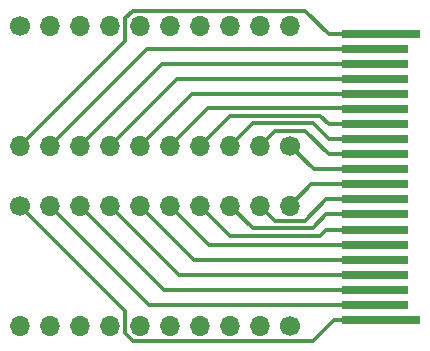
<source format=gbl>
G04 #@! TF.GenerationSoftware,KiCad,Pcbnew,5.1.10-88a1d61d58~88~ubuntu20.10.1*
G04 #@! TF.CreationDate,2021-05-13T20:14:57+02:00*
G04 #@! TF.ProjectId,Breakout-Cartridge,42726561-6b6f-4757-942d-436172747269,1.0*
G04 #@! TF.SameCoordinates,Original*
G04 #@! TF.FileFunction,Copper,L2,Bot*
G04 #@! TF.FilePolarity,Positive*
%FSLAX46Y46*%
G04 Gerber Fmt 4.6, Leading zero omitted, Abs format (unit mm)*
G04 Created by KiCad (PCBNEW 5.1.10-88a1d61d58~88~ubuntu20.10.1) date 2021-05-13 20:14:57*
%MOMM*%
%LPD*%
G01*
G04 APERTURE LIST*
G04 #@! TA.AperFunction,ComponentPad*
%ADD10O,1.700000X1.700000*%
G04 #@! TD*
G04 #@! TA.AperFunction,ComponentPad*
%ADD11C,1.700000*%
G04 #@! TD*
G04 #@! TA.AperFunction,SMDPad,CuDef*
%ADD12R,5.600000X0.800000*%
G04 #@! TD*
G04 #@! TA.AperFunction,SMDPad,CuDef*
%ADD13R,6.600000X0.800000*%
G04 #@! TD*
G04 #@! TA.AperFunction,Conductor*
%ADD14C,0.350000*%
G04 #@! TD*
G04 APERTURE END LIST*
D10*
X113040000Y-54380000D03*
X110500000Y-54380000D03*
X107960000Y-54380000D03*
X105420000Y-54380000D03*
X102880000Y-54380000D03*
X100340000Y-54380000D03*
X97800000Y-54380000D03*
X95260000Y-54380000D03*
X92720000Y-54380000D03*
D11*
X90180000Y-54380000D03*
D10*
X90180000Y-79780000D03*
X92720000Y-79780000D03*
X95260000Y-79780000D03*
X97800000Y-79780000D03*
X100340000Y-79780000D03*
X102880000Y-79780000D03*
X105420000Y-79780000D03*
X107960000Y-79780000D03*
X110500000Y-79780000D03*
D11*
X113040000Y-79780000D03*
D12*
X120244000Y-58908000D03*
X120244000Y-60178000D03*
X120244000Y-61458000D03*
X120244000Y-62728000D03*
X120244000Y-64008000D03*
X120244000Y-65278000D03*
X120244000Y-66548000D03*
X120244000Y-67828000D03*
X120244000Y-69098000D03*
X120244000Y-70368000D03*
X120244000Y-71648000D03*
X120244000Y-72918000D03*
X120244000Y-74198000D03*
X120244000Y-75468000D03*
X120244000Y-76738000D03*
X120244000Y-78008000D03*
D13*
X120744000Y-79288000D03*
X120744000Y-55088000D03*
D12*
X120244000Y-57638000D03*
X120244000Y-56358000D03*
D11*
X90180000Y-69620000D03*
D10*
X92720000Y-69620000D03*
X95260000Y-69620000D03*
X97800000Y-69620000D03*
X100340000Y-69620000D03*
X102880000Y-69620000D03*
X105420000Y-69620000D03*
X107960000Y-69620000D03*
X110500000Y-69620000D03*
X113040000Y-69620000D03*
X90180000Y-64540000D03*
X92720000Y-64540000D03*
X95260000Y-64540000D03*
X97800000Y-64540000D03*
X100340000Y-64540000D03*
X102880000Y-64540000D03*
X105420000Y-64540000D03*
X107960000Y-64540000D03*
X110500000Y-64540000D03*
D11*
X113040000Y-64540000D03*
D14*
X104702000Y-60178000D02*
X100340000Y-64540000D01*
X120244000Y-60178000D02*
X104702000Y-60178000D01*
X120244000Y-62728000D02*
X116308000Y-62728000D01*
X116308000Y-62728000D02*
X115580000Y-62000000D01*
X107960000Y-62000000D02*
X105420000Y-64540000D01*
X115580000Y-62000000D02*
X107960000Y-62000000D01*
X120244000Y-65278000D02*
X116318000Y-65278000D01*
X116318000Y-65278000D02*
X114310000Y-63270000D01*
X111770000Y-63270000D02*
X110500000Y-64540000D01*
X114310000Y-63270000D02*
X111770000Y-63270000D01*
X114832000Y-67828000D02*
X113040000Y-69620000D01*
X120244000Y-67828000D02*
X114832000Y-67828000D01*
X120244000Y-70368000D02*
X116102000Y-70368000D01*
X116102000Y-70368000D02*
X114945000Y-71525000D01*
X109865000Y-71525000D02*
X107960000Y-69620000D01*
X114945000Y-71525000D02*
X109865000Y-71525000D01*
X106178000Y-72918000D02*
X102880000Y-69620000D01*
X120244000Y-72918000D02*
X106178000Y-72918000D01*
X103648000Y-75468000D02*
X97800000Y-69620000D01*
X120244000Y-75468000D02*
X103648000Y-75468000D01*
X101108000Y-78008000D02*
X92720000Y-69620000D01*
X120244000Y-78008000D02*
X101108000Y-78008000D01*
X99070000Y-55650000D02*
X90180000Y-64540000D01*
X99070000Y-53745000D02*
X99070000Y-55650000D01*
X99705000Y-53110000D02*
X99070000Y-53745000D01*
X114310000Y-53110000D02*
X99705000Y-53110000D01*
X116288000Y-55088000D02*
X114310000Y-53110000D01*
X120744000Y-55088000D02*
X116288000Y-55088000D01*
X102162000Y-57638000D02*
X95260000Y-64540000D01*
X120244000Y-57638000D02*
X102162000Y-57638000D01*
X103432000Y-58908000D02*
X97800000Y-64540000D01*
X120244000Y-58908000D02*
X103432000Y-58908000D01*
X102880000Y-64540000D02*
X106055000Y-61365000D01*
X120151000Y-61365000D02*
X120244000Y-61458000D01*
X106055000Y-61365000D02*
X120151000Y-61365000D01*
X120244000Y-64008000D02*
X116318000Y-64008000D01*
X116318000Y-64008000D02*
X114945000Y-62635000D01*
X109865000Y-62635000D02*
X107960000Y-64540000D01*
X114945000Y-62635000D02*
X109865000Y-62635000D01*
X115048000Y-66548000D02*
X113040000Y-64540000D01*
X120244000Y-66548000D02*
X115048000Y-66548000D01*
X120244000Y-69098000D02*
X116102000Y-69098000D01*
X116102000Y-69098000D02*
X114310000Y-70890000D01*
X111770000Y-70890000D02*
X110500000Y-69620000D01*
X114310000Y-70890000D02*
X111770000Y-70890000D01*
X120244000Y-71648000D02*
X116092000Y-71648000D01*
X116092000Y-71648000D02*
X115580000Y-72160000D01*
X107960000Y-72160000D02*
X105420000Y-69620000D01*
X115580000Y-72160000D02*
X107960000Y-72160000D01*
X104918000Y-74198000D02*
X100340000Y-69620000D01*
X120244000Y-74198000D02*
X104918000Y-74198000D01*
X102378000Y-76738000D02*
X95260000Y-69620000D01*
X120244000Y-76738000D02*
X102378000Y-76738000D01*
X99070000Y-78510000D02*
X90180000Y-69620000D01*
X99070000Y-80415000D02*
X99070000Y-78510000D01*
X99705000Y-81050000D02*
X99070000Y-80415000D01*
X116707000Y-79288000D02*
X114945000Y-81050000D01*
X114945000Y-81050000D02*
X99705000Y-81050000D01*
X120744000Y-79288000D02*
X116707000Y-79288000D01*
X100902000Y-56358000D02*
X92720000Y-64540000D01*
X120244000Y-56358000D02*
X100902000Y-56358000D01*
M02*

</source>
